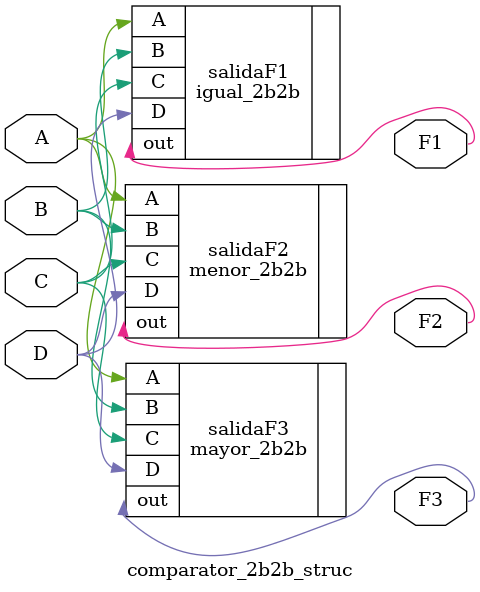
<source format=v>
`include "mayor_2b2b.v"
`include "menor_2b2b.v"
`include "igual_2b2b.v"
`include "ands.v"
`include "ors.v"

module comparator_2b2b_struc (
    input A, input B, input C, input D, output F1, output F2, output F3
);
    mayor_2b2b salidaF3(.A(A), .B(B), .C(C), .D(D), .out(F3));
    menor_2b2b salidaF2(.A(A), .B(B), .C(C), .D(D), .out(F2)); 
    igual_2b2b salidaF1(.A(A), .B(B), .C(C), .D(D), .out(F1));
endmodule
</source>
